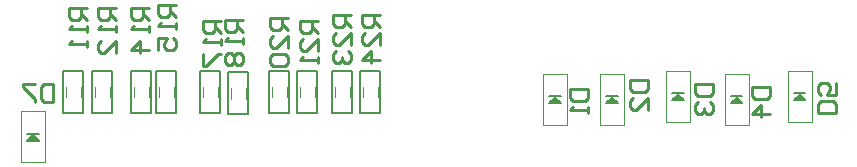
<source format=gbo>
G04*
G04 #@! TF.GenerationSoftware,Altium Limited,Altium Designer,20.1.12 (249)*
G04*
G04 Layer_Color=32896*
%FSTAX24Y24*%
%MOIN*%
G70*
G04*
G04 #@! TF.SameCoordinates,16AA3A95-E13F-4B7F-BF52-5902ACF92DE2*
G04*
G04*
G04 #@! TF.FilePolarity,Positive*
G04*
G01*
G75*
%ADD10C,0.0079*%
%ADD14C,0.0050*%
%ADD15C,0.0040*%
%ADD17C,0.0100*%
D10*
X041603Y022951D02*
X041997D01*
X041682Y022754D02*
X041918D01*
X041603Y022715D02*
X041997D01*
X0418Y022912D02*
X041997Y022715D01*
X041603D02*
X0418Y022912D01*
X041741Y022813D02*
X041859D01*
X039653Y023051D02*
X040047D01*
X039732Y022854D02*
X039968D01*
X039653Y022815D02*
X040047D01*
X03985Y023012D02*
X040047Y022815D01*
X039653D02*
X03985Y023012D01*
X039791Y022913D02*
X039909D01*
X035553Y022951D02*
X035947D01*
X035632Y022754D02*
X035868D01*
X035553Y022715D02*
X035947D01*
X03575Y022912D02*
X035947Y022715D01*
X035553D02*
X03575Y022912D01*
X035691Y022813D02*
X035809D01*
X037453Y022951D02*
X037847D01*
X037532Y022754D02*
X037768D01*
X037453Y022715D02*
X037847D01*
X03765Y022912D02*
X037847Y022715D01*
X037453D02*
X03765Y022912D01*
X037591Y022813D02*
X037709D01*
X018153Y021701D02*
X018547D01*
X018232Y021504D02*
X018468D01*
X018153Y021465D02*
X018547D01*
X01835Y021662D02*
X018547Y021465D01*
X018153D02*
X01835Y021662D01*
X018291Y021563D02*
X018409D01*
X043703Y023051D02*
X044097D01*
X043782Y022854D02*
X044018D01*
X043703Y022815D02*
X044097D01*
X0439Y023012D02*
X044097Y022815D01*
X043703D02*
X0439Y023012D01*
X043841Y022913D02*
X043959D01*
D14*
X02926Y0224D02*
X02993D01*
Y0238D01*
X02926D02*
X02993D01*
X02926Y0224D02*
Y0238D01*
X02831Y0224D02*
X02898D01*
Y0238D01*
X02831D02*
X02898D01*
X02831Y0224D02*
Y0238D01*
X02716Y0224D02*
X02783Y0224D01*
Y0238D01*
X02716Y0238D02*
X02783Y0238D01*
X02716Y0224D02*
Y0238D01*
X02621Y0224D02*
X02688D01*
Y0238D01*
X02621D02*
X02688D01*
X02621Y0224D02*
Y0238D01*
X02391Y0224D02*
X02458Y0224D01*
Y0238D01*
X02391Y0238D02*
X02458Y0238D01*
X02391Y0224D02*
Y0238D01*
X02486Y02235D02*
X02553D01*
Y02375D01*
X02486D02*
X02553D01*
X02486Y02235D02*
Y02375D01*
X02161Y0224D02*
X02228D01*
Y0238D01*
X02161D02*
X02228D01*
X02161Y0224D02*
Y0238D01*
X02246Y0224D02*
X02313D01*
Y0238D01*
X02246D02*
X02313D01*
X02246Y0224D02*
Y0238D01*
X02031Y0224D02*
X02098D01*
Y0238D01*
X02031D02*
X02098D01*
X02031Y0224D02*
Y0238D01*
X01936Y0224D02*
X02003D01*
Y0238D01*
X01936D02*
X02003D01*
X01936Y0224D02*
Y0238D01*
D15*
X02935Y02293D02*
Y02327D01*
X02985Y02293D02*
Y02327D01*
X0284Y02293D02*
Y02327D01*
X0289Y02293D02*
Y02327D01*
X02725Y02293D02*
Y02327D01*
X02775Y02293D02*
Y02327D01*
X0263Y02293D02*
Y02327D01*
X0268Y02293D02*
Y02327D01*
X024Y02293D02*
Y02327D01*
X0245Y02293D02*
Y02327D01*
X02495Y02288D02*
Y02322D01*
X02545Y02288D02*
Y02322D01*
X0217Y02293D02*
Y02327D01*
X0222Y02293D02*
Y02327D01*
X02255Y02293D02*
Y02327D01*
X02305Y02293D02*
Y02327D01*
X0204Y02293D02*
Y02327D01*
X0209Y02293D02*
Y02327D01*
X01945Y02293D02*
Y02327D01*
X01995Y02293D02*
Y02327D01*
X0414Y0237D02*
X0422D01*
X0414Y022D02*
Y0237D01*
Y022D02*
X0422D01*
Y0237D01*
X03945Y0238D02*
X04025D01*
X03945Y0221D02*
Y0238D01*
Y0221D02*
X04025D01*
Y0238D01*
X03535Y0237D02*
X03615D01*
X03535Y022D02*
Y0237D01*
Y022D02*
X03615D01*
Y0237D01*
X03725D02*
X03805D01*
X03725Y022D02*
Y0237D01*
Y022D02*
X03805D01*
Y0237D01*
X01795Y02245D02*
X01875D01*
X01795Y02075D02*
Y02245D01*
Y02075D02*
X01875D01*
Y02245D01*
X0435Y0238D02*
X0443D01*
X0435Y0221D02*
Y0238D01*
Y0221D02*
X0443D01*
Y0238D01*
D17*
X0299Y02565D02*
X0293D01*
Y02535D01*
X0294Y02525D01*
X0296D01*
X0297Y02535D01*
Y02565D01*
Y02545D02*
X0299Y02525D01*
Y02465D02*
Y02505D01*
X0295Y02465D01*
X0294D01*
X0293Y02475D01*
Y02495D01*
X0294Y02505D01*
X0299Y02415D02*
X0293D01*
X0296Y02445D01*
Y02405D01*
X02894Y02565D02*
X02834D01*
Y02535D01*
X02844Y02525D01*
X02864D01*
X02874Y02535D01*
Y02565D01*
Y02545D02*
X02894Y02525D01*
Y02465D02*
Y02505D01*
X02854Y02465D01*
X02844D01*
X02834Y02475D01*
Y02495D01*
X02844Y02505D01*
Y02445D02*
X02834Y02435D01*
Y02415D01*
X02844Y02405D01*
X02854D01*
X02864Y02415D01*
Y02425D01*
Y02415D01*
X02874Y02405D01*
X02884D01*
X02894Y02415D01*
Y02435D01*
X02884Y02445D01*
X02785Y02545D02*
X02725D01*
Y02515D01*
X02735Y02505D01*
X02755D01*
X02765Y02515D01*
Y02545D01*
Y02525D02*
X02785Y02505D01*
Y02445D02*
Y02485D01*
X02745Y02445D01*
X02735D01*
X02725Y02455D01*
Y02475D01*
X02735Y02485D01*
X02785Y02425D02*
Y02405D01*
Y02415D01*
X02725D01*
X02735Y02425D01*
X02685Y02555D02*
X02625D01*
Y02525D01*
X02635Y02515D01*
X02655D01*
X02665Y02525D01*
Y02555D01*
Y02535D02*
X02685Y02515D01*
Y02455D02*
Y02495D01*
X02645Y02455D01*
X02635D01*
X02625Y02465D01*
Y02485D01*
X02635Y02495D01*
Y02435D02*
X02625Y02425D01*
Y02405D01*
X02635Y02395D01*
X02675D01*
X02685Y02405D01*
Y02425D01*
X02675Y02435D01*
X02635D01*
X0246Y02545D02*
X024D01*
Y02515D01*
X0241Y02505D01*
X0243D01*
X0244Y02515D01*
Y02545D01*
Y02525D02*
X0246Y02505D01*
Y02485D02*
Y02465D01*
Y02475D01*
X024D01*
X0241Y02485D01*
X024Y02435D02*
Y02395D01*
X0241D01*
X0245Y02435D01*
X0246D01*
X02535Y0255D02*
X02475D01*
Y0252D01*
X02485Y0251D01*
X02505D01*
X02515Y0252D01*
Y0255D01*
Y0253D02*
X02535Y0251D01*
Y0249D02*
Y0247D01*
Y0248D01*
X02475D01*
X02485Y0249D01*
Y0244D02*
X02475Y0243D01*
Y0241D01*
X02485Y024D01*
X02495D01*
X02505Y0241D01*
X02515Y024D01*
X02525D01*
X02535Y0241D01*
Y0243D01*
X02525Y0244D01*
X02515D01*
X02505Y0243D01*
X02495Y0244D01*
X02485D01*
X02505Y0243D02*
Y0241D01*
X0222Y0259D02*
X0216D01*
Y0256D01*
X0217Y0255D01*
X0219D01*
X022Y0256D01*
Y0259D01*
Y0257D02*
X0222Y0255D01*
Y0253D02*
Y0251D01*
Y0252D01*
X0216D01*
X0217Y0253D01*
X0222Y0245D02*
X0216D01*
X0219Y0248D01*
Y0244D01*
X0231Y026D02*
X0225D01*
Y0257D01*
X0226Y0256D01*
X0228D01*
X0229Y0257D01*
Y026D01*
Y0258D02*
X0231Y0256D01*
Y0254D02*
Y0252D01*
Y0253D01*
X0225D01*
X0226Y0254D01*
X0225Y0245D02*
Y0249D01*
X0228D01*
X0227Y0247D01*
Y0246D01*
X0228Y0245D01*
X023D01*
X0231Y0246D01*
Y0248D01*
X023Y0249D01*
X0211Y0259D02*
X0205D01*
Y0256D01*
X0206Y0255D01*
X0208D01*
X0209Y0256D01*
Y0259D01*
Y0257D02*
X0211Y0255D01*
Y0253D02*
Y0251D01*
Y0252D01*
X0205D01*
X0206Y0253D01*
X0211Y0244D02*
Y0248D01*
X0207Y0244D01*
X0206D01*
X0205Y0245D01*
Y0247D01*
X0206Y0248D01*
X02015Y0259D02*
X01955D01*
Y0256D01*
X01965Y0255D01*
X01985D01*
X01995Y0256D01*
Y0259D01*
Y0257D02*
X02015Y0255D01*
Y0253D02*
Y0251D01*
Y0252D01*
X01955D01*
X01965Y0253D01*
X02015Y0248D02*
Y0246D01*
Y0247D01*
X01955D01*
X01965Y0248D01*
X0423Y02325D02*
X0429D01*
Y02295D01*
X0428Y02285D01*
X0424D01*
X0423Y02295D01*
Y02325D01*
X0429Y02235D02*
X0423D01*
X0426Y02265D01*
Y02225D01*
X0404Y02335D02*
X041D01*
Y02305D01*
X0409Y02295D01*
X0405D01*
X0404Y02305D01*
Y02335D01*
X0405Y02275D02*
X0404Y02265D01*
Y02245D01*
X0405Y02235D01*
X0406D01*
X0407Y02245D01*
Y02255D01*
Y02245D01*
X0408Y02235D01*
X0409D01*
X041Y02245D01*
Y02265D01*
X0409Y02275D01*
X03625Y0232D02*
X03685D01*
Y0229D01*
X03675Y0228D01*
X03635D01*
X03625Y0229D01*
Y0232D01*
X03685Y0226D02*
Y0224D01*
Y0225D01*
X03625D01*
X03635Y0226D01*
X03825Y0235D02*
X03885D01*
Y0232D01*
X03875Y0231D01*
X03835D01*
X03825Y0232D01*
Y0235D01*
X03885Y0225D02*
Y0229D01*
X03845Y0225D01*
X03835D01*
X03825Y0226D01*
Y0228D01*
X03835Y0229D01*
X01903Y02337D02*
Y02277D01*
X01873D01*
X01863Y02287D01*
Y02327D01*
X01873Y02337D01*
X01903D01*
X01843D02*
X01803D01*
Y02327D01*
X01843Y02287D01*
Y02277D01*
X0451Y0224D02*
X0445D01*
Y0227D01*
X0446Y0228D01*
X045D01*
X0451Y0227D01*
Y0224D01*
Y0234D02*
Y023D01*
X0448D01*
X0449Y0232D01*
Y0233D01*
X0448Y0234D01*
X0446D01*
X0445Y0233D01*
Y0231D01*
X0446Y023D01*
M02*

</source>
